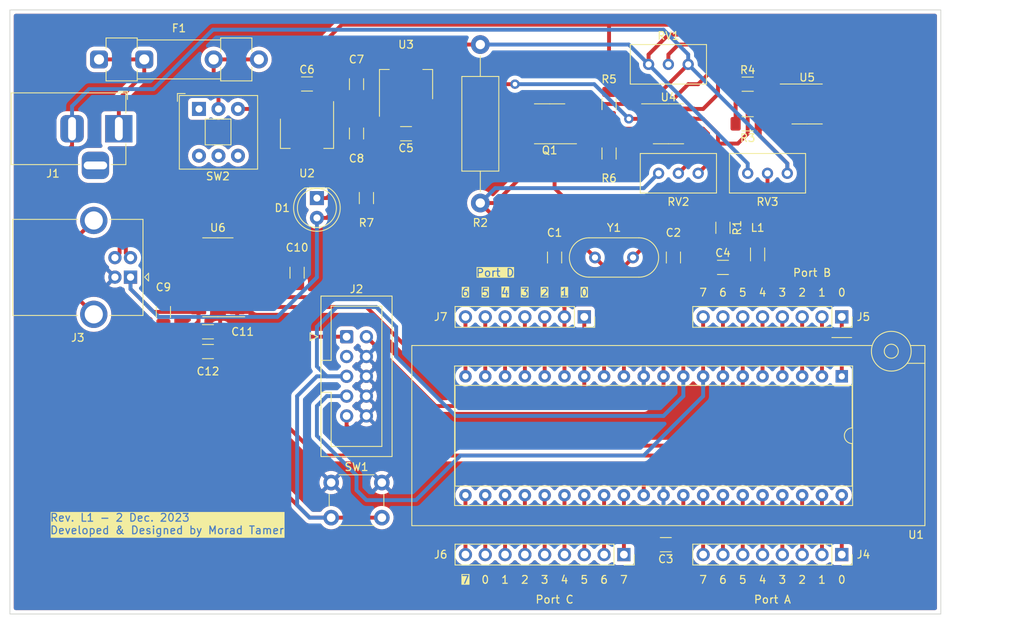
<source format=kicad_pcb>
(kicad_pcb (version 20221018) (generator pcbnew)
  (title_block (title "ATMEGA32A AVR Kit") (date "2023-12-02") (rev "L1") (company "Team Exotic") (comment 1 "Author: Morad Tamer"))
  (layers (0 "F.Cu" signal) (31 "B.Cu" signal) (34 "B.Paste" user) (35 "F.Paste" user) (36 "B.SilkS" user "B.Silkscreen") (37 "F.SilkS" user "F.Silkscreen") (38 "B.Mask" user) (39 "F.Mask" user) (44 "Edge.Cuts" user))
  (net 0 "")
  (net 1 "GND")
  (net 2 "Net-(U1-XTAL1)")
  (net 3 "Net-(U1-XTAL2)")
  (net 4 "Net-(U1-AREF)")
  (net 5 "Net-(U1-AVCC)")
  (net 6 "+5V")
  (net 7 "-V_{In}")
  (net 8 "+V_{In}")
  (net 9 "+3V3")
  (net 10 "+5V_{OCP}")
  (net 11 "Net-(U6-~{DTR})")
  (net 12 "/~{RESET}")
  (net 13 "Net-(U6-V3)")
  (net 14 "VBUS")
  (net 15 "Net-(D1-K)")
  (net 17 "/MOSI")
  (net 19 "/SCK")
  (net 20 "/MISO")
  (net 21 "/USB_D-")
  (net 22 "/USB_D+")
  (net 23 "unconnected-(J3-Shield-Pad5)")
  (net 24 "Net-(Q1A-G)")
  (net 25 "Net-(Q1B-G)")
  (net 26 "Net-(U5A--)")
  (net 27 "Net-(U5B--)")
  (net 28 "Net-(U4B-+)")
  (net 29 "Net-(U4A-+)")
  (net 30 "Net-(U5A-+)")
  (net 31 "Net-(U5B-+)")
  (net 32 "/PB0")
  (net 33 "/PB1")
  (net 34 "/PB2")
  (net 35 "/PB3")
  (net 36 "/~{SS}")
  (net 37 "/RX <--")
  (net 38 "/TX -->")
  (net 39 "/PD2")
  (net 40 "/PD3")
  (net 41 "/PD4")
  (net 42 "/PD5")
  (net 43 "/PD6")
  (net 44 "/PD7")
  (net 45 "/PC0")
  (net 46 "/PC1")
  (net 47 "/TCK")
  (net 48 "/TMS")
  (net 49 "/TDO")
  (net 50 "/TDI")
  (net 51 "/PC6")
  (net 52 "/PC7")
  (net 53 "/PA7")
  (net 54 "/PA6")
  (net 55 "/PA5")
  (net 56 "/PA4")
  (net 57 "/PA3")
  (net 58 "/PA2")
  (net 59 "/PA1")
  (net 60 "/PA0")
  (net 69 "Net-(SW2A-B)")
  (net 71 "Net-(F1-Pad1)")
  (net 72 "Net-(U4B--)")
  (footprint "Resistor_SMD:R_1206_3216Metric_Pad1.30x1.75mm_HandSolder" (layer "F.Cu") (at 183.515 73.025 180)
    (fp_text reference "R3")
    (fp_text value "10 kΩ")
  )
  (footprint "Capacitor_SMD:C_1206_3216Metric_Pad1.33x1.80mm_HandSolder" (layer "F.Cu") (at 139.7 74.295 180)
    (fp_text reference "C5")
    (fp_text value "10 µF")
  )
  (footprint "Package_SO:SOIC-16_3.9x9.9mm_P1.27mm" (layer "F.Cu") (at 115.57 92.71 180)
    (fp_text reference "U6")
    (fp_text value "CH340C")
  )
  (footprint "Resistor_SMD:R_1206_3216Metric_Pad1.30x1.75mm_HandSolder" (layer "F.Cu") (at 180.34 86.36 -90)
    (fp_text reference "R1")
    (fp_text value "10 kΩ")
  )
  (footprint "Capacitor_SMD:C_1206_3216Metric_Pad1.33x1.80mm_HandSolder" (layer "F.Cu") (at 133.35 74.27 90)
    (fp_text reference "C8")
    (fp_text value "22 µF")
  )
  (footprint "Inductor_SMD:L_1206_3216Metric_Pad1.22x1.90mm_HandSolder" (layer "F.Cu") (at 184.785 89.7775 90)
    (fp_text reference "L1")
    (fp_text value "10 µH")
  )
  (footprint "Capacitor_SMD:C_1206_3216Metric_Pad1.33x1.80mm_HandSolder" (layer "F.Cu") (at 127 67.92)
    (fp_text reference "C6")
    (fp_text value "10 µF")
  )
  (footprint "Resistor_SMD:R_1206_3216Metric_Pad1.30x1.75mm_HandSolder" (layer "F.Cu") (at 165.735 70.485 90)
    (fp_text reference "R5")
    (fp_text value "6k8 Ω")
  )
  (footprint "Package_TO_SOT_SMD:SOT-223-3_TabPin2" (layer "F.Cu") (at 139.7 67.97 90)
    (fp_text reference "U3")
    (fp_text value "AMS1117-3.3")
  )
  (footprint "Package_SO:SO-8_3.9x4.9mm_P1.27mm" (layer "F.Cu") (at 173.355 73.025)
    (fp_text reference "U4")
    (fp_text value "LM358")
  )
  (footprint "Fuse:Fuseholder_Clip-5x20mm_Littelfuse_520_Inline_P20.50x5.80mm_D1.30mm_Horizontal" (layer "F.Cu") (at 100.33 64.77)
    (fp_text reference "F1")
    (fp_text value "Fuse")
  )
  (footprint "Package_SO:SO-8_3.9x4.9mm_P1.27mm" (layer "F.Cu") (at 191.135 70.485)
    (fp_text reference "U5")
    (fp_text value "LM358")
  )
  (footprint "Resistor_SMD:R_1206_3216Metric_Pad1.30x1.75mm_HandSolder" (layer "F.Cu") (at 134.62 82.55 -90)
    (fp_text reference "R7")
    (fp_text value "1 kΩ")
  )
  (footprint "Connector_PinSocket_2.54mm:PinSocket_1x08_P2.54mm_Vertical" (layer "F.Cu") (at 195.58 97.79 -90)
    (fp_text reference "J5")
    (fp_text value "Conn_01x08_Socket")
  )
  (footprint "Button_Switch_THT:SW_PUSH_6mm_H4.3mm" (layer "F.Cu") (at 130.1 119.035)
    (fp_text reference "SW1")
    (fp_text value "SW_Push")
  )
  (footprint "Capacitor_SMD:C_1206_3216Metric_Pad1.33x1.80mm_HandSolder" (layer "F.Cu") (at 133.35 67.945 -90)
    (fp_text reference "C7")
    (fp_text value "22 µF")
  )
  (footprint "Capacitor_SMD:C_1206_3216Metric_Pad1.33x1.80mm_HandSolder" (layer "F.Cu") (at 158.75 90.17 90)
    (fp_text reference "C1")
    (fp_text value "22 pF")
  )
  (footprint "Connector_USB:USB_B_OST_USB-B1HSxx_Horizontal" (layer "F.Cu") (at 104.3675 92.69 180)
    (fp_text reference "J3")
    (fp_text value "USB_B")
  )
  (footprint "Capacitor_SMD:C_1206_3216Metric_Pad1.33x1.80mm_HandSolder" (layer "F.Cu") (at 108.585 97.155 -90)
    (fp_text reference "C9")
    (fp_text value "100 nF")
  )
  (footprint "Potentiometer_THT:Potentiometer_Bourns_3296W_Vertical" (layer "F.Cu") (at 172.085 79.375 180)
    (fp_text reference "RV2")
    (fp_text value "10 kΩ")
  )
  (footprint "M's Library:ZIF Socket 40 Circular Pads" (layer "F.Cu") (at 171.45 113.03 -90)
    (fp_text reference "U1")
    (fp_text value "ATmega32A-P")
  )
  (footprint "Resistor_THT:R_Axial_DIN0414_L11.9mm_D4.5mm_P20.32mm_Horizontal" (layer "F.Cu") (at 149.225 62.865 -90)
    (fp_text reference "R2")
    (fp_text value "100 mΩ")
  )
  (footprint "Connector_PinSocket_2.54mm:PinSocket_1x08_P2.54mm_Vertical" (layer "F.Cu") (at 195.58 128.27 -90)
    (fp_text reference "J4")
    (fp_text value "Conn_01x08_Socket")
  )
  (footprint "Connector_PinSocket_2.54mm:PinSocket_1x07_P2.54mm_Vertical" (layer "F.Cu") (at 162.56 97.79 -90)
    (fp_text reference "J7")
    (fp_text value "Conn_01x07_Socket")
  )
  (footprint "Capacitor_SMD:C_1206_3216Metric_Pad1.33x1.80mm_HandSolder" (layer "F.Cu") (at 173.99 90.17 -90)
    (fp_text reference "C2")
    (fp_text value "22 pF")
  )
  (footprint "Package_TO_SOT_SMD:SOT-223-3_TabPin2" (layer "F.Cu") (at 127 74.27 -90)
    (fp_text reference "U2")
    (fp_text value "AMS1117-5.0")
  )
  (footprint "Capacitor_SMD:C_1206_3216Metric_Pad1.33x1.80mm_HandSolder" (layer "F.Cu") (at 125.73 92.125 -90)
    (fp_text reference "C10")
    (fp_text value "100 nF")
  )
  (footprint "Package_SO:SOIC-8_3.9x4.9mm_P1.27mm" (layer "F.Cu") (at 158.115 73.025 180)
    (fp_text reference "Q1")
    (fp_text value "IRF7309IPBF")
  )
  (footprint "Potentiometer_THT:Potentiometer_Bourns_3296W_Vertical" (layer "F.Cu") (at 183.515 79.375 180)
    (fp_text reference "RV3")
    (fp_text value "10 kΩ")
  )
  (footprint "Resistor_SMD:R_1206_3216Metric_Pad1.30x1.75mm_HandSolder" (layer "F.Cu") (at 183.515 67.945)
    (fp_text reference "R4")
    (fp_text value "330 kΩ")
  )
  (footprint "Crystal:Crystal_HC49-4H_Vertical" (layer "F.Cu") (at 168.81 90.17 180)
    (fp_text reference "Y1")
    (fp_text value "16 MHz")
  )
  (footprint "Connector_IDC:IDC-Header_2x05_P2.54mm_Vertical" (layer "F.Cu") (at 132.08 100.33)
    (fp_text reference "J2")
    (fp_text value "AVR-ISP-10")
  )
  (footprint "Capacitor_SMD:C_1206_3216Metric_Pad1.33x1.80mm_HandSolder" (layer "F.Cu") (at 114.3 102.235)
    (fp_text reference "C12")
    (fp_text value "10 µF")
  )
  (footprint "Button_Switch_THT:SW_Push_2P2T_Toggle_CK_PVA2xxH1xxxxxxV2" (layer "F.Cu") (at 113.1475 71.12)
    (fp_text reference "SW2")
    (fp_text value "SW_SPST")
  )
  (footprint "Potentiometer_THT:Potentiometer_Bourns_3296W_Vertical" (layer "F.Cu") (at 170.805 65.405 180)
    (fp_text reference "RV1")
    (fp_text value "10 kΩ")
  )
  (footprint "Capacitor_SMD:C_1206_3216Metric_Pad1.33x1.80mm_HandSolder" (layer "F.Cu") (at 114.3 99.695 180)
    (fp_text reference "C11")
    (fp_text value "100 nF")
  )
  (footprint "Capacitor_SMD:C_1206_3216Metric_Pad1.33x1.80mm_HandSolder" (layer "F.Cu") (at 180.34 91.44)
    (fp_text reference "C4")
    (fp_text value "100 nF")
  )
  (footprint "LED_THT:LED_D5.0mm_Clear" (layer "F.Cu") (at 128.27 82.55 -90)
    (fp_text reference "D1")
    (fp_text value "LED")
  )
  (footprint "Resistor_SMD:R_1206_3216Metric_Pad1.30x1.75mm_HandSolder" (layer "F.Cu") (at 165.735 76.835 90)
    (fp_text reference "R6")
    (fp_text value "10 kΩ")
  )
  (footprint "Capacitor_SMD:C_1206_3216Metric_Pad1.33x1.80mm_HandSolder" (layer "F.Cu") (at 173.0125 127 180)
    (fp_text reference "C3")
    (fp_text value "100 nF")
  )
  (footprint "Connector_PinSocket_2.54mm:PinSocket_1x09_P2.54mm_Vertical" (layer "F.Cu") (at 167.64 128.27 -90)
    (fp_text reference "J6")
    (fp_text value "Conn_01x09_Socket")
  )
  (footprint "Connector_BarrelJack:BarrelJack_Horizontal" (layer "F.Cu") (at 102.87 73.66)
    (fp_text reference "J1")
    (fp_text value "Barrel_Jack_Switch")
  )
  (gr_rect (start 88.9 58.42) (end 208.28 135.89) (stroke (width 0.1)) (fill none) (layer "Edge.Cuts"))
  (gr_text "6" (at 147.32 95.25) (layer "F.SilkS" knockout) (effects (font (size 1 1)) (justify bottom)))
  (gr_text "0" (at 195.58 132.08) (layer "F.SilkS") (effects (font (size 1 1)) (justify bottom)))
  (gr_text "7" (at 167.64 132.08) (layer "F.SilkS") (effects (font (size 1 1)) (justify bottom)))
  (gr_text "0" (at 149.86 132.08) (layer "F.SilkS") (effects (font (size 1 1)) (justify bottom)))
  (gr_text "Port B" (at 191.77 92.71) (layer "F.SilkS") (effects (font (size 1 1)) (justify bottom)))
  (gr_text "3" (at 157.48 132.08) (layer "F.SilkS") (effects (font (size 1 1)) (justify bottom)))
  (gr_text "3" (at 187.96 132.08) (layer "F.SilkS") (effects (font (size 1 1)) (justify bottom)))
  (gr_text "7" (at 147.32 132.08) (layer "F.SilkS" knockout) (effects (font (size 1 1)) (justify bottom)))
  (gr_text "1" (at 193.04 95.25) (layer "F.SilkS") (effects (font (size 1 1)) (justify bottom)))
  (gr_text "6" (at 165.1 132.08) (layer "F.SilkS") (effects (font (size 1 1)) (justify bottom)))
  (gr_text "2" (at 190.5 95.25) (layer "F.SilkS") (effects (font (size 1 1)) (justify bottom)))
  (gr_text "5" (at 182.88 95.25) (layer "F.SilkS") (effects (font (size 1 1)) (justify bottom)))
  (gr_text "2" (at 157.48 95.25) (layer "F.SilkS" knockout) (effects (font (size 1 1)) (justify bottom)))
  (gr_text "4" (at 160.02 132.08) (layer "F.SilkS") (effects (font (size 1 1)) (justify bottom)))
  (gr_text "6" (at 180.34 95.25) (layer "F.SilkS") (effects (font (size 1 1)) (justify bottom)))
  (gr_text "4" (at 185.42 132.08) (layer "F.SilkS") (effects (font (size 1 1)) (justify bottom)))
  (gr_text "Rev. L1 - 2 Dec. 2023\nDeveloped & Designed by Morad Tamer" (at 93.98 125.73) (layer "F.SilkS" knockout) (effects (font (size 1 1)) (justify left bottom)))
  (gr_text "5" (at 149.86 95.25) (layer "F.SilkS" knockout) (effects (font (size 1 1)) (justify bottom)))
  (gr_text "1" (at 152.4 132.08) (layer "F.SilkS") (effects (font (size 1 1)) (justify bottom)))
  (gr_text "0" (at 162.56 95.25) (layer "F.SilkS" knockout) (effects (font (size 1 1)) (justify bottom)))
  (gr_text "Port C" (at 158.75 134.62) (layer "F.SilkS") (effects (font (size 1 1)) (justify bottom)))
  (gr_text "2" (at 190.5 132.08) (layer "F.SilkS") (effects (font (size 1 1)) (justify bottom)))
  (gr_text "0" (at 195.58 95.25) (layer "F.SilkS") (effects (font (size 1 1)) (justify bottom)))
  (gr_text "2" (at 154.94 132.08) (layer "F.SilkS") (effects (font (size 1 1)) (justify bottom)))
  (gr_text "5" (at 182.88 132.08) (layer "F.SilkS") (effects (font (size 1 1)) (justify bottom)))
  (gr_text "7" (at 177.8 132.08) (layer "F.SilkS") (effects (font (size 1 1)) (justify bottom)))
  (gr_text "4" (at 152.4 95.25) (layer "F.SilkS" knockout) (effects (font (size 1 1)) (justify bottom)))
  (gr_text "3" (at 154.94 95.25) (layer "F.SilkS" knockout) (effects (font (size 1 1)) (justify bottom)))
  (gr_text "Port D" (at 151.13 92.71) (layer "F.SilkS" knockout) (effects (font (size 1 1)) (justify bottom)))
  (gr_text "3" (at 187.96 95.25) (layer "F.SilkS") (effects (font (size 1 1)) (justify bottom)))
  (gr_text "1" (at 193.04 132.08) (layer "F.SilkS") (effects (font (size 1 1)) (justify bottom)))
  (gr_text "4" (at 185.42 95.25) (layer "F.SilkS") (effects (font (size 1 1)) (justify bottom)))
  (gr_text "5" (at 162.56 132.08) (layer "F.SilkS") (effects (font (size 1 1)) (justify bottom)))
  (gr_text "6" (at 180.34 132.08) (layer "F.SilkS") (effects (font (size 1 1)) (justify bottom)))
  (gr_text "7" (at 177.8 95.25) (layer "F.SilkS") (effects (font (size 1 1)) (justify bottom)))
  (gr_text "Port A" (at 186.69 134.62) (layer "F.SilkS") (effects (font (size 1 1)) (justify bottom)))
  (gr_text "1" (at 160.02 95.25) (layer "F.SilkS" knockout) (effects (font (size 1 1)) (justify bottom)))
  (segment (start 162.3675 88.6075) (end 163.93 90.17) (width 0.5) (layer "F.Cu") (net 2))
  (segment (start 158.75 88.6075) (end 162.3675 88.6075) (width 0.5) (layer "F.Cu") (net 2))
  (segment (start 165.1 91.34) (end 163.93 90.17) (width 0.5) (layer "F.Cu") (net 2))
  (segment (start 165.1 91.34) (end 165.1 105.41) (width 0.5) (layer "F.Cu") (net 2))
  (segment (start 168.81 90.17) (end 167.64 91.34) (width 0.5) (layer "F.Cu") (net 3))
  (segment (start 173.99 88.6075) (end 170.3725 88.6075) (width 0.5) (layer "F.Cu") (net 3))
  (segment (start 170.3725 88.6075) (end 168.81 90.17) (width 0.5) (layer "F.Cu") (net 3))
  (segment (start 167.64 91.34) (end 167.64 105.41) (width 0.5) (layer "F.Cu") (net 3))
  (segment (start 175.26 123.19) (end 174.575 123.875) (width 0.5) (layer "F.Cu") (net 4))
  (segment (start 175.26 120.65) (end 175.26 123.19) (width 0.5) (layer "F.Cu") (net 4))
  (segment (start 174.575 123.875) (end 174.575 127) (width 0.5) (layer "F.Cu") (net 4))
  (segment (start 170.18 120.65) (end 170.18 119.38) (width 0.5) (layer "F.Cu") (net 5))
  (segment (start 198.12 95.25) (end 194.31 91.44) (width 0.5) (layer "F.Cu") (net 5))
  (segment (start 196.85 116.84) (end 198.12 115.57) (width 0.5) (layer "F.Cu") (net 5))
  (segment (start 172.72 116.84) (end 196.85 116.84) (width 0.5) (layer "F.Cu") (net 5))
  (segment (start 170.18 119.38) (end 172.72 116.84) (width 0.5) (layer "F.Cu") (net 5))
  (segment (start 198.12 115.57) (end 198.12 95.25) (width 0.5) (layer "F.Cu") (net 5))
  (segment (start 194.31 91.44) (end 184.785 91.44) (width 0.5) (layer "F.Cu") (net 5))
  (segment (start 181.9025 91.44) (end 184.785 91.44) (width 0.5) (layer "F.Cu") (net 5))
  (segment (start 151.13 83.185) (end 149.225 83.185) (width 0.5) (layer "F.Cu") (net 6))
  (segment (start 172.72 96.52) (end 172.72 105.41) (width 0.5) (layer "F.Cu") (net 6))
  (segment (start 184.785 85.725) (end 183.87 84.81) (width 0.5) (layer "F.Cu") (net 6))
  (segment (start 175.26 86.36) (end 176.53 87.63) (width 0.5) (layer "F.Cu") (net 6))
  (segment (start 157.48 69.85) (end 150.495 69.85) (width 0.5) (layer "F.Cu") (net 6))
  (segment (start 149.225 71.12) (end 142 71.12) (width 0.5) (layer "F.Cu") (net 6))
  (segment (start 158.75 72.39) (end 157.48 71.12) (width 0.5) (layer "F.Cu") (net 6))
  (segment (start 160.59 72.39) (end 158.75 72.39) (width 0.5) (layer "F.Cu") (net 6))
  (segment (start 157.48 71.12) (end 157.48 69.85) (width 0.5) (layer "F.Cu") (net 6))
  (segment (start 172.72 106.68) (end 172.72 105.41) (width 0.5) (layer "F.Cu") (net 6))
  (segment (start 142 72.63) (end 141.2625 73.3675) (width 0.5) (layer "F.Cu") (net 6))
  (segment (start 176.81 84.81) (end 175.26 86.36) (width 0.5) (layer "F.Cu") (net 6))
  (segment (start 184.785 88.115) (end 184.785 85.725) (width 0.5) (layer "F.Cu") (net 6))
  (segment (start 183.87 84.81) (end 180.34 84.81) (width 0.5) (layer "F.Cu") (net 6))
  (segment (start 171.45 90.17) (end 175.26 90.17) (width 0.5) (layer "F.Cu") (net 6))
  (segment (start 134.62 100.33) (end 143.51 109.22) (width 0.5) (layer "F.Cu") (net 6))
  (segment (start 150.495 69.85) (end 149.225 71.12) (width 0.5) (layer "F.Cu") (net 6))
  (segment (start 157.48 76.835) (end 151.13 83.185) (width 0.5) (layer "F.Cu") (net 6))
  (segment (start 170.18 93.98) (end 170.18 91.44) (width 0.5) (layer "F.Cu") (net 6))
  (segment (start 157.48 73.66) (end 157.48 76.835) (width 0.5) (layer "F.Cu") (net 6))
  (segment (start 175.26 90.17) (end 176.53 88.9) (width 0.5) (layer "F.Cu") (net 6))
  (segment (start 180.34 84.81) (end 176.81 84.81) (width 0.5) (layer "F.Cu") (net 6))
  (segment (start 143.51 109.22) (end 170.18 109.22) (width 0.5) (layer "F.Cu") (net 6))
  (segment (start 141.2625 73.3675) (end 141.2625 74.295) (width 0.5) (layer "F.Cu") (net 6))
  (segment (start 152.4 86.36) (end 175.26 86.36) (width 0.5) (layer "F.Cu") (net 6))
  (segment (start 170.18 91.44) (end 171.45 90.17) (width 0.5) (layer "F.Cu") (net 6))
  (segment (start 176.53 88.9) (end 176.53 87.63) (width 0.5) (layer "F.Cu") (net 6))
  (segment (start 170.18 109.22) (end 172.72 106.68) (width 0.5) (layer "F.Cu") (net 6))
  (segment (start 170.18 93.98) (end 172.72 96.52) (width 0.5) (layer "F.Cu") (net 6))
  (segment (start 142 71.12) (end 142 72.63) (width 0.5) (layer "F.Cu") (net 6))
  (segment (start 158.75 72.39) (end 157.48 73.66) (width 0.5) (layer "F.Cu") (net 6))
  (segment (start 149.225 83.185) (end 152.4 86.36) (width 0.5) (layer "F.Cu") (net 6))
  (segment (start 151.13 81.28) (end 170.18 81.28) (width 0.5) (layer "B.Cu") (net 6))
  (segment (start 170.18 81.28) (end 172.085 79.375) (width 0.5) (layer "B.Cu") (net 6))
  (segment (start 149.225 83.185) (end 151.13 81.28) (width 0.5) (layer "B.Cu") (net 6))
  (segment (start 172.72 68.57) (end 175.885 65.405) (width 0.5) (layer "F.Cu") (net 7))
  (segment (start 170.78 74.93) (end 168.91 74.93) (width 0.5) (layer "F.Cu") (net 7))
  (segment (start 133.35 72.7075) (end 133.35 71.12) (width 0.5) (layer "F.Cu") (net 7))
  (segment (start 138.1375 76.4925) (end 138.1375 74.295) (width 0.5) (layer "F.Cu") (net 7))
  (segment (start 129.3 69.61) (end 129.3 71.12) (width 0.5) (layer "F.Cu") (net 7))
  (segment (start 170.78 74.93) (end 172.085 74.93) (width 0.5) (layer "F.Cu") (net 7))
  (segment (start 168.91 74.93) (end 168.275 75.565) (width 0.5) (layer "F.Cu") (net 7))
  (segment (start 137.4 72.63) (end 137.4 71.095) (width 0.5) (layer "F.Cu") (net 7))
  (segment (start 168.275 77.47) (end 167.36 78.385) (width 0.5) (layer "F.Cu") (net 7))
  (segment (start 95.25 80.01) (end 97.79 82.55) (width 0.5) (layer "F.Cu") (net 7))
  (segment (start 135.89 78.74) (end 138.1375 76.4925) (width 0.5) (layer "F.Cu") (net 7))
  (segment (start 188.595 78.105) (end 188.595 79.375) (width 0.5) (layer "F.Cu") (net 7))
  (segment (start 164.11 78.385) (end 165.735 78.385) (width 0.5) (layer "F.Cu") (net 7))
  (segment (start 162.56 74.93) (end 163.195 75.565) (width 0.5) (layer "F.Cu") (net 7))
  (segment (start 96.87 75.85) (end 95.25 77.47) (width 0.5) (layer "F.Cu") (net 7))
  (segment (start 96.87 73.66) (end 96.87 75.85) (width 0.5) (layer "F.Cu") (net 7))
  (segment (start 186.69 72.39) (end 188.56 72.39) (width 0.5) (layer "F.Cu") (net 7))
  (segment (start 97.79 82.55) (end 120.65 82.55) (width 0.5) (layer "F.Cu") (net 7))
  (segment (start 123.19 80.01) (end 129.54 80.01) (width 0.5) (layer "F.Cu") (net 7))
  (segment (start 95.25 77.47) (end 95.25 80.01) (width 0.5) (layer "F.Cu") (net 7))
  (segment (start 130.81 78.74) (end 135.89 78.74) (width 0.5) (layer "F.Cu") (net 7))
  (segment (start 129.3 71.12) (end 133.35 71.12) (width 0.5) (layer "F.Cu") (net 7))
  (segment (start 133.35 71.12) (end 137.4 71.12) (width 0.5) (layer "F.Cu") (net 7))
  (segment (start 163.195 77.47) (end 164.11 78.385) (width 0.5) (layer "F.Cu") (net 7))
  (segment (start 163.195 75.565) (end 163.195 77.47) (width 0.5) (layer "F.Cu") (net 7))
  (segment (start 185.065 73.025) (end 185.065 74.575) (width 0.5) (layer "F.Cu") (net 7))
  (segment (start 138.1375 74.295) (end 138.1375 73.3675) (width 0.5) (layer "F.Cu") (net 7))
  (segment (start 160.59 74.93) (end 162.56 74.93) (width 0.5) (layer "F.Cu") (net 7))
  (segment (start 167.36 78.385) (end 165.735 78.385) (width 0.5) (layer "F.Cu") (net 7))
  (segment (start 120.65 82.55) (end 123.19 80.01) (width 0.5) (layer "F.Cu") (net 7))
  (segment (start 186.055 73.025) (end 186.69 72.39) (width 0.5) (layer "F.Cu") (net 7))
  (segment (start 138.1375 73.3675) (end 137.4 72.63) (width 0.5) (layer "F.Cu") (net 7))
  (segment (start 168.275 75.565) (end 168.275 77.47) (width 0.5) (layer "F.Cu") (net 7))
  (segment (start 128.5625 68.8725) (end 129.3 69.61) (width 0.5) (layer "F.Cu") (net 7))
  (segment (start 128.5625 67.92) (end 128.5625 68.8725) (width 0.5) (layer "F.Cu") (net 7))
  (segment (start 172.085 74.93) (end 172.72 74.295) (width 0.5) (layer "F.Cu") (net 7))
  (segment (start 185.065 74.575) (end 188.595 78.105) (width 0.5) (layer "F.Cu") (net 7))
  (segment (start 129.54 80.01) (end 130.81 78.74) (width 0.5) (layer "F.Cu") (net 7))
  (segment (start 172.72 74.295) (end 172.72 68.57) (width 0.5) (layer "F.Cu") (net 7))
  (segment (start 185.065 73.025) (end 186.055 73.025) (width 0.5) (layer "F.Cu") (net 7))
  (segment (start 133.35 69.5075) (end 133.35 71.12) (width 0.5) (layer "F.Cu") (net 7))
  (segment (start 175.885 65.405) (end 175.885 64.125) (width 0.5) (layer "B.Cu") (net 7))
  (segment (start 188.595 79.375) (end 188.595 78.115) (width 0.5) (layer "B.Cu") (net 7))
  (segment (start 175.885 64.125) (end 172.72 60.96) (width 0.5) (layer "B.Cu") (net 7))
  (segment (start 114.935 60.96) (end 107.315 68.58) (width 0.5) (layer "B.Cu") (net 7))
  (segment (start 188.595 78.115) (end 175.885 65.405) (width 0.5) (layer "B.Cu") (net 7))
  (segment (start 172.72 60.96) (end 114.935 60.96) (width 0.5) (layer "B.Cu") (net 7))
  (segment (start 99.06 68.58) (end 96.87 70.77) (width 0.5) (layer "B.Cu") (net 7))
  (segment (start 96.87 70.77) (end 96.87 73.66) (width 0.5) (layer "B.Cu") (net 7))
  (segment (start 107.315 68.58) (end 99.06 68.58) (width 0.5) (layer "B.Cu") (net 7))
  (segment (start 125.4375 67.92) (end 125.4375 66.3325) (width 0.5) (layer "F.Cu") (net 8))
  (segment (start 125.4375 66.3325) (end 131.445 60.325) (width 0.5) (layer "F.Cu") (net 8))
  (segment (start 196.215 66.675) (end 196.215 67.945) (width 0.5) (layer "F.Cu") (net 8))
  (segment (start 195.58 68.58) (end 193.71 68.58) (width 0.5) (layer "F.Cu") (net 8))
  (segment (start 118.1475 71.12) (end 124.7 71.12) (width 0.5) (layer "F.Cu") (net 8))
  (segment (start 131.445 60.325) (end 189.865 60.325) (width 0.5) (layer "F.Cu") (net 8))
  (segment (start 196.215 67.945) (end 195.58 68.58) (width 0.5) (layer "F.Cu") (net 8))
  (segment (start 165.735 60.325) (end 165.735 68.935) (width 0.5) (layer "F.Cu") (net 8))
  (segment (start 124.7 69.61) (end 124.7 71.12) (width 0.5) (layer "F.Cu") (net 8))
  (segment (start 125.4375 67.92) (end 125.4375 68.8725) (width 0.5) (layer "F.Cu") (net 8))
  (segment (start 125.4375 68.8725) (end 124.7 69.61) (width 0.5) (layer "F.Cu") (net 8))
  (segment (start 189.865 60.325) (end 196.215 66.675) (width 0.5) (layer "F.Cu") (net 8))
  (segment (start 147.955 67.945) (end 153.67 67.945) (width 0.5) (layer "F.Cu") (net 9))
  (segment (start 136.475 64.82) (end 139.7 64.82) (width 0.5) (layer "F.Cu") (net 9))
  (segment (start 144.83 64.82) (end 147.955 67.945) (width 0.5) (layer "F.Cu") (net 9))
  (segment (start 139.7 64.82) (end 139.7 71.12) (width 0.5) (layer "F.Cu") (net 9))
  (segment (start 133.35 66.3825) (end 134.9125 66.3825) (width 0.5) (layer "F.Cu") (net 9))
  (segment (start 134.9125 66.3825) (end 136.475 64.82) (width 0.5) (layer "F.Cu") (net 9))
  (segment (start 139.7 64.82) (end 144.83 64.82) (width 0.5) (layer "F.Cu") (net 9))
  (segment (start 170.78 72.39) (end 168.275 72.39) (width 0.5) (layer "F.Cu") (net 9))
  (via (at 153.67 67.945) (size 1.2) (drill 0.6) (layers "F.Cu" "B.Cu") (net 9))
  (via (at 168.275 72.39) (size 1.2) (drill 0.6) (layers "F.Cu" "B.Cu") (net 9))
  (segment (start 168.275 72.39) (end 163.83 67.945) (width 0.5) (layer "B.Cu") (net 9))
  (segment (start 163.83 67.945) (end 153.67 67.945) (width 0.5) (layer "B.Cu") (net 9))
  (segment (start 132.765 77.42) (end 127 77.42) (width 0.5) (layer "F.Cu") (net 10))
  (segment (start 177.8 71.12) (end 179.705 69.215) (width 0.5) (layer "F.Cu") (net 10))
  (segment (start 130.175 66.04) (end 133.35 62.865) (width 0.5) (layer "F.Cu") (net 10))
  (segment (start 178.435 61.595) (end 173.355 61.595) (width 0.5) (layer "F.Cu") (net 10))
  (segment (start 170.805 64.145) (end 170.805 65.405) (width 0.5) (layer "F.Cu") (net 10))
  (segment (start 179.705 69.215) (end 179.705 62.865) (width 0.5) (layer "F.Cu") (net 10))
  (segment (start 127.588959 66.04) (end 130.175 66.04) (width 0.5) (layer "F.Cu") (net 10))
  (segment (start 133.35 76.835) (end 132.765 77.42) (width 0.5) (layer "F.Cu") (net 10))
  (segment (start 179.705 62.865) (end 178.435 61.595) (width 0.5) (layer "F.Cu") (net 10))
  (segment (start 127 66.628959) (end 127.588959 66.04) (width 0.5) (layer "F.Cu") (net 10))
  (segment (start 133.35 75.8325) (end 133.35 76.835) (width 0.5) (layer "F.Cu") (net 10))
  (segment (start 173.355 61.595) (end 170.805 64.145) (width 0.5) (layer "F.Cu") (net 10))
  (segment (start 127 71.12) (end 127 66.628959) (width 0.5) (layer "F.Cu") (net 10))
  (segment (start 133.35 62.865) (end 149.225 62.865) (width 0.5) (layer "F.Cu") (net 10))
  (segment (start 127 71.12) (end 127 77.42) (width 0.5) (layer "F.Cu") (net 10))
  (segment (start 175.93 71.12) (end 177.8 71.12) (width 0.5) (layer "F.Cu") (net 10))
  (segment (start 168.265 62.865) (end 170.805 65.405) (width 0.5) (layer "B.Cu") (net 10))
  (segment (start 183.515 78.115) (end 170.805 65.405) (width 0.5) (layer "B.Cu") (net 10))
  (segment (start 183.515 79.375) (end 183.515 78.115) (width 0.5) (layer "B.Cu") (net 10))
  (segment (start 149.225 62.865) (end 168.265 62.865) (width 0.5) (layer "B.Cu") (net 10))
  (segment (start 108.585 93.98) (end 109.22 93.345) (width 0.5) (layer "F.Cu") (net 11))
  (segment (start 108.585 95.5925) (end 108.585 93.98) (width 0.5) (layer "F.Cu") (net 11))
  (segment (start 109.22 93.345) (end 113.095 93.345) (width 0.5) (layer "F.Cu") (net 11))
  (segment (start 108.585 104.775) (end 127.345 123.535) (width 0.5) (layer "F.Cu") (net 12))
  (segment (start 176.53 93.98) (end 175.26 95.25) (width 0.5) (layer "F.Cu") (net 12))
  (segment (start 175.26 95.25) (end 175.26 105.41) (width 0.5) (layer "F.Cu") (net 12))
  (segment (start 127.345 123.535) (end 130.1 123.535) (width 0.5) (layer "F.Cu") (net 12))
  (segment (start 108.585 98.7175) (end 108.585 104.775) (width 0.5) (layer "F.Cu") (net 12))
  (segment (start 179.07 93.98) (end 176.53 93.98) (width 0.5) (layer "F.Cu") (net 12))
  (segment (start 130.1 123.535) (end 136.6 123.535) (width 0.5) (layer "F.Cu") (net 12))
  (segment (start 180.34 87.91) (end 180.34 92.71) (width 0.5) (layer "F.Cu") (net 12))
  (segment (start 180.34 92.71) (end 179.07 93.98) (width 0.5) (layer "F.Cu") (net 12))
  (segment (start 138.43 99.06) (end 135.89 96.52) (width 0.5) (layer "B.Cu") (net 12))
  (segment (start 128.27 104.14) (end 129.54 105.41) (width 0.5) (layer "B.Cu") (net 12))
  (segment (start 127.345 123.535) (end 130.1 123.535) (width 0.5) (layer "B.Cu") (net 12))
  (segment (start 130.81 96.52) (end 128.27 99.06) (width 0.5) (layer "B.Cu") (net 12))
  (segment (start 172.72 110.49) (end 146.05 110.49) (width 0.5) (layer "B.Cu") (net 12))
  (segment (start 128.27 99.06) (end 128.27 104.14) (width 0.5) (layer "B.Cu") (net 12))
  (segment (start 132.08 105.41) (end 128.27 105.41) (width 0.5) (layer "B.Cu") (net 12))
  (segment (start 128.27 105.41) (end 125.73 107.95) (width 0.5) (layer "B.Cu") (net 12))
  (segment (start 138.43 102.87) (end 138.43 99.06) (width 0.5) (layer "B.Cu") (net 12))
  (segment (start 125.73 107.95) (end 125.73 121.92) (width 0.5) (layer "B.Cu") (net 12))
  (segment (start 146.05 110.49) (end 138.43 102.87) (width 0.5) (layer "B.Cu") (net 12))
  (segment (start 125.73 121.92) (end 127.345 123.535) (width 0.5) (layer "B.Cu") (net 12))
  (segment (start 175.26 107.95) (end 172.72 110.49) (width 0.5) (layer "B.Cu") (net 12))
  (segment (start 175.26 105.41) (end 175.26 107.95) (width 0.5) (layer "B.Cu") (net 12))
  (segment (start 135.89 96.52) (end 130.81 96.52) (width 0.5) (layer "B.Cu") (net 12))
  (segment (start 129.54 105.41) (end 132.08 105.41) (width 0.5) (layer "B.Cu") (net 12))
  (segment (start 118.045 93.345) (end 120.65 93.345) (width 0.5) (layer "F.Cu") (net 13))
  (segment (start 120.9925 93.6875) (end 125.73 93.6875) (width 0.5) (layer "F.Cu") (net 13))
  (segment (start 120.65 93.345) (end 120.9925 93.6875) (width 0.5) (layer "F.Cu") (net 13))
  (segment (start 104.3675 94.2075) (end 107.315 97.155) (width 0.5) (layer "F.Cu") (net 14))
  (segment (start 113.095 97.155) (end 113.095 98.36) (width 0.5) (layer "F.Cu") (net 14))
  (segment (start 107.315 97.155) (end 113.095 97.155) (width 0.5) (layer "F.Cu") (net 14))
  (segment (start 112.7375 99.695) (end 112.7375 102.235) (width 0.5) (layer "F.Cu") (net 14))
  (segment (start 132.08 82.55) (end 142.24 82.55) (width 0.5) (layer "F.Cu") (net 14))
  (segment (start 112.7375 98.7175) (end 112.7375 99.695) (width 0.5) (layer "F.Cu") (net 14))
  (segment (start 129.54 85.09) (end 132.08 82.55) (width 0.5) (layer "F.Cu") (net 14))
  (segment (start 155.64 72.39) (end 155.64 71.12) (width 0.5) (layer "F.Cu") (net 14))
  (segment (start 142.24 82.55) (end 152.4 72.39) (width 0.5) (layer "F.Cu") (net 14))
  (segment (start 128.27 85.09) (end 129.54 85.09) (width 0.5) (layer "F.Cu") (net 14))
  (segment (start 113.095 98.36) (end 112.7375 98.7175) (width 0.5) (layer "F.Cu") (net 14))
  (segment (start 152.4 72.39) (end 155.64 72.39) (width 0.5) (layer "F.Cu") (net 14))
  (segment (start 104.3675 92.69) (end 104.3675 94.2075) (width 0.5) (layer "F.Cu") (net 14))
  (segment (start 128.27 92.71) (end 128.27 85.09) (width 0.5) (layer "B.Cu") (net 14))
  (segment (start 104.3675 94.2075) (end 107.95 97.79) (width 0.5) (layer "B.Cu") (net 14))
  (segment (start 104.3675 92.69) (end 104.3675 94.2075) (width 0.5) (layer "B.Cu") (net 14))
  (segment (start 123.19 97.79) (end 128.27 92.71) (width 0.5) (layer "B.Cu") (net 14))
  (segment (start 107.95 97.79) (end 123.19 97.79) (width 0.5) (layer "B.Cu") (net 14))
  (segment (start 128.27 82.55) (end 129.54 82.55) (width 0.5) (layer "F.Cu") (net 15))
  (segment (start 131.09 81) (end 134.62 81) (width 0.5) (layer "F.Cu") (net 15))
  (segment (start 129.54 82.55) (end 131.09 81) (width 0.5) (layer "F.Cu") (net 15))
  (segment (start 182.88 107.95) (end 182.88 105.41) (width 0.5) (layer "F.Cu") (net 17))
  (segment (start 128.27 115.57) (end 175.26 115.57) (width 0.5) (layer "F.Cu") (net 17))
  (segment (start 125.73 100.33) (end 123.19 102.87) (width 0.5) (layer "F.Cu") (net 17))
  (segment (start 123.19 110.49) (end 128.27 115.57) (width 0.5) (layer "F.Cu") (net 17))
  (segment (start 132.08 100.33) (end 125.73 100.33) (width 0.5) (layer "F.Cu") (net 17))
  (segment (start 182.88 97.79) (end 182.88 105.41) (width 0.5) (layer "F.Cu") (net 17))
  (segment (start 175.26 115.57) (end 182.88 107.95) (width 0.5) (layer "F.Cu") (net 17))
  (segment (start 123.19 102.87) (end 123.19 110.49) (width 0.5) (layer "F.Cu") (net 17))
  (segment (start 177.8 97.79) (end 177.8 105.41) (width 0.5) (layer "F.Cu") (net 19))
  (segment (start 132.08 107.95) (end 129.54 107.95) (width 0.5) (layer "B.Cu") (net 19))
  (segment (start 128.27 113.03) (end 133.35 118.11) (width 0.5) (layer "B.Cu") (net 19))
  (segment (start 146.685 115.57) (end 170.18 115.57) (width 0.5) (layer "B.Cu") (net 19))
  (segment (start 140.97 121.285) (end 146.685 115.57) (width 0.5) (layer "B.Cu") (net 19))
  (segment (start 133.35 120.015) (end 134.62 121.285) (width 0.5) (layer "B.Cu") (net 19))
  (segment (start 134.62 121.285) (end 140.97 121.285) (width 0.5) (layer "B.Cu") (net 19))
  (segment (start 133.35 118.11) (end 133.35 120.015) (width 0.5) (layer "B.Cu") (net 19))
  (segment (start 177.8 107.95) (end 177.8 105.41) (width 0.5) (layer "B.Cu") (net 19))
  (segment (start 129.54 107.95) (end 128.27 109.22) (width 0.5) (layer "B.Cu") (net 19))
  (segment (start 128.27 109.22) (end 128.27 113.03) (width 0.5) (layer "B.Cu") (net 19))
  (segment (start 170.18 115.57) (end 177.8 107.95) (width 0.5) (layer "B.Cu") (net 19))
  (segment (start 173.99 114.3) (end 180.34 107.95) (width 0.5) (layer "F.Cu") (net 20))
  (segment (start 134.62 114.3) (end 173.99 114.3) (width 0.5) (layer "F.Cu") (net 20))
  (segment (start 180.34 107.95) (end 180.34 105.41) (width 0.5) (layer "F.Cu") (net 20))
  (segment (start 132.08 110.49) (end 132.08 111.76) (width 0.5) (layer "F.Cu") (net 20))
  (segment (start 132.08 111.76) (end 134.62 114.3) (width 0.5) (layer "F.Cu") (net 20))
  (segment (start 180.34 97.79) (end 180.34 105.41) (width 0.5) (layer "F.Cu") (net 20))
  (segment (start 109.48 86.565423) (end 109.48 86.525) (width 0.5) (layer "F.Cu") (net 21))
  (segment (start 111.88 86.525) (end 111.88 86.565423) (width 0.5) (layer "F.Cu") (net 21))
  (segment (start 110.28 86.525) (end 110.28 86.565441) (width 0.5) (layer "F.Cu") (net 21))
  (segment (start 113.929999 86.125) (end 121.754314 86.125) (width 0.5) (layer "F.Cu") (net 21))
  (segment (start 108.68 86.525) (end 108.68 86.565423) (width 0.5) (layer "F.Cu") (net 21))
  (segment (start 122.79 87.160686) (end 122.79 89.369314) (width 0.5) (layer "F.Cu") (net 21))
  (segment (start 104.3675 90.19) (end 103.7675 89.59) (width 0.5) (layer "F.Cu") (net 21))
  (segment (start 107.08 86.525) (end 107.08 86.565423) (width 0.5) (layer "F.Cu") (net 21))
  (segment (start 121.119314 91.04) (end 119.742501 91.04) (width 0.5) (layer "F.Cu") (net 21))
  (segment (start 119.742501 91.04) (end 119.507501 90.805) (width 0.5) (layer "F.Cu") (net 21))
  (segment (start 119.507501 90.805) (end 118.045 90.805) (width 0.5) (layer "F.Cu") (net 21))
  (segment (start 111.08 86.565441) (end 111.08 86.525) (width 0.5) (layer "F.Cu") (net 21))
  (segment (start 113.08 86.125) (end 113.929999 86.125) (width 0.5) (layer "F.Cu") (net 21))
  (segment (start 103.7675 89.59) (end 103.7675 87.933186) (width 0.5) (layer "F.Cu") (net 21))
  (segment (start 103.7675 87.933186) (end 105.575686 86.125) (width 0.5) (layer "F.Cu") (net 21))
  (segment (start 105.575686 86.125) (end 106.68 86.125) (width 0.5) (layer "F.Cu") (net 21))
  (segment (start 121.754314 86.125) (end 122.79 87.160686) (width 0.5) (layer "F.Cu") (net 21))
  (segment (start 112.68 86.565423) (end 112.68 86.525) (width 0.5) (layer "F.Cu") (net 21))
  (segment (start 122.79 89.369314) (end 121.119314 91.04) (width 0.5) (layer "F.Cu") (net 21))
  (segment (start 107.88 86.565423) (end 107.88 86.525) (width 0.5) (layer "F.Cu") (net 21))
  (arc (start 111.08 86.525) (mid 111.197157 86.242157) (end 111.48 86.125) (width 0.5) (layer "F.Cu") (net 21))
  (arc (start 109.48 86.525) (mid 109.597157 86.242157) (end 109.88 86.125) (width 0.5) (layer "F.Cu") (net 21))
  (arc (start 111.48 86.125) (mid 111.762843 86.242157) (end 111.88 86.525) (width 0.5) (layer "F.Cu") (net 21))
  (arc (start 106.68 86.125) (mid 106.962843 86.242157) (end 107.08 86.525) (width 0.5) (layer "F.Cu") (net 21))
  (arc (start 109.08 86.965423) (mid 109.362843 86.848266) (end 109.48 86.565423) (width 0.5) (layer "F.Cu") (net 21))
  (arc (start 108.68 86.565423) (mid 108.797157 86.848266) (end 109.08 86.965423) (width 0.5) (layer "F.Cu") (net 21))
  (arc (start 109.88 86.125) (mid 110.162843 86.242157) (end 110.28 86.525) (width 0.5) (layer "F.Cu") (net 21))
  (arc (start 107.08 86.565423) (mid 107.197157 86.848266) (end 107.48 86.965423) (width 0.5) (layer "F.Cu") (net 21))
  (arc (start 107.88 86.525) (mid 107.997157 86.242157) (end 108.28 86.125) (width 0.5) (layer "F.Cu") (net 21))
  (arc (start 112.28 86.965423) (mid 112.562843 86.848266) (end 112.68 86.565423) (width 0.5) (layer "F.Cu") (net 21))
  (arc (start 111.88 86.565423) (mid 111.997157 86.848266) (end 112.28 86.965423) (width 0.5) (layer "F.Cu") (net 21))
  (arc (start 107.48 86.965423) (mid 107.762843 86.848266) (end 107.88 86.565423) (width 0.5) (layer "F.Cu") (net 21))
  (arc (start 112.68 86.525) (mid 112.797157 86.242157) (end 113.08 86.125) (width 0.5) (layer "F.Cu") (net 21))
  (arc (start 110.68 86.965441) (mid 110.962843 86.848284) (end 111.08 86.565441) (width 0.5) (layer "F.Cu") (net 21))
  (arc (start 110.28 86.565441) (mid 110.397157 86.848284) (end 110.68 86.965441) (width 0.5) (layer "F.Cu") (net 21))
  (arc (start 108.28 86.125) (mid 108.562843 86.242157) (end 108.68 86.525) (width 0.5) (layer "F.Cu") (net 21))
  (segment (start 122.085686 85.325) (end 105.244314 85.325) (width 0.5) (layer "F.Cu") (net 22))
  (segment (start 123.59 86.829314) (end 122.085686 85.325) (width 0.5) (layer "F.Cu") (net 22))
  (segment (start 119.742501 91.84) (end 121.450686 91.84) (width 0.5) (layer "F.Cu") (net 22))
  (segment (start 123.59 89.700686) (end 123.59 86.829314) (width 0.5) (layer "F.Cu") (net 22))
  (segment (start 105.244314 85.325) (end 102.9675 87.601814) (width 0.5) (layer "F.Cu") (net 22))
  (segment (start 102.9675 89.59) (end 102.3675 90.19) (width 0.5) (layer "F.Cu") (net 22))
  (segment (start 121.450686 91.84) (end 123.59 89.700686) (width 0.5) (layer "F.Cu") (net 22))
  (segment (start 102.9675 87.601814) (end 102.9675 89.59) (width 0.5) (layer "F.Cu") (net 22))
  (segment (start 118.045 92.075) (end 119.507501 92.075) (width 0.5) (layer "F.Cu") (net 22))
  (segment (start 119.507501 92.075) (end 119.742501 91.84) (width 0.5) (layer "F.Cu") (net 22))
  (segment (start 97.907501 87.169999) (end 97.907501 95.710001) (width 0.5) (layer "F.Cu") (net 23))
  (segment (start 97.907501 95.710001) (end 99.6575 97.46) (width 0.5) (layer "F.Cu") (net 23))
  (segment (start 99.6575 85.42) (end 97.907501 87.169999) (width 0.5) (layer "F.Cu") (net 23))
  (segment (start 158.75 74.2775) (end 158.75 81.28) (width 0.5) (layer "F.Cu") (net 24))
  (segment (start 158.75 81.28) (end 160.655 83.185) (width 0.5) (layer "F.Cu") (net 24))
  (segment (start 195.58 69.85) (end 193.71 69.85) (width 0.5) (layer "F.Cu") (net 24))
  (segment (start 160.655 83.185) (end 191.135 83.185) (width 0.5) (layer "F.Cu") (net 24))
  (segment (start 159.3675 73.66) (end 158.75 74.2775) (width 0.5) (layer "F.Cu") (net 24))
  (segment (start 196.215 70.485) (end 195.58 69.85) (width 0.5) (layer "F.Cu") (net 24))
  (segment (start 160.59 73.66) (end 159.3675 73.66) (width 0.5) (layer "F.Cu") (net 24))
  (segment (start 191.135 83.185) (end 196.215 78.105) (width 0.5) (layer "F.Cu") (net 24))
  (segment (start 196.215 78.105) (end 196.215 70.485) (width 0.5) (layer "F.Cu") (net 24))
  (segment (start 168.91 71.12) (end 170.78 71.12) (width 0.5) (layer "F.Cu") (net 25))
  (segment (start 162.56 71.12) (end 163.195 70.485) (width 0.5) (layer "F.Cu") (net 25))
  (segment (start 168.275 70.485) (end 168.91 71.12) (width 0.5) (layer "F.Cu") (net 25))
  (segment (start 163.195 70.485) (end 168.275 70.485) (width 0.5) (layer "F.Cu") (net 25))
  (segment (start 160.59 71.12) (end 162.56 71.12) (width 0.5) (layer "F.Cu") (net 25))
  (segment (start 181.965 67.945) (end 181.965 70.485) (width 0.5) (layer "F.Cu") (net 26))
  (segment (start 181.965 70.485) (end 181.965 73.025) (width 0.5) (layer "F.Cu") (net 26))
  (segment (start 182.88 70.485) (end 181.965 70.485) (width 0.5) (layer "F.Cu") (net 26))
  (segment (start 188.56 69.85) (end 183.515 69.85) (width 0.5) (layer "F.Cu") (net 26))
  (segment (start 183.515 69.85) (end 182.88 70.485) (width 0.5) (layer "F.Cu") (net 26))
  (segment (start 191.135 70.485) (end 191.135 69.215) (width 0.5) (layer "F.Cu") (net 27))
  (segment (start 193.71 71.12) (end 191.77 71.12) (width 0.5) (layer "F.Cu") (net 27))
  (segment (start 191.135 69.215) (end 190.5 68.58) (width 0.5) (layer "F.Cu") (net 27))
  (segment (start 190.5 68.58) (end 188.56 68.58) (width 0.5) (layer "F.Cu") (net 27))
  (segment (start 185.065 67.945) (end 186.055 67.945) (width 0.5) (layer "F.Cu") (net 27))
  (segment (start 191.77 71.12) (end 191.135 70.485) (width 0.5) (layer "F.Cu") (net 27))
  (segment (start 186.055 67.945) (end 186.69 68.58) (width 0.5) (layer "F.Cu") (net 27))
  (segment (start 186.69 68.58) (end 188.56 68.58) (width 0.5) (layer "F.Cu") (net 27))
  (segment (start 177.165 62.865) (end 174.625 62.865) (width 0.5) (layer "F.Cu") (net 28))
  (segment (start 173.99 69.85) (end 175.895 67.945) (width 0.5) (layer "F.Cu") (net 28))
  (segment (start 174.625 62.865) (end 173.345 64.145) (width 0.5) (layer "F.Cu") (net 28))
  (segment (start 173.345 64.145) (end 173.345 65.405) (width 0.5) (layer "F.Cu") (net 28))
  (segment (start 175.895 67.945) (end 177.165 67.945) (width 0.5) (layer "F.Cu") (net 28))
  (segment (start 177.165 67.945) (end 178.435 66.675) (width 0.5) (layer "F.Cu") (net 28))
  (segment (start 173.99 74.295) (end 173.99 69.85) (width 0.5) (layer "F.Cu") (net 28))
  (segment (start 178.435 66.675) (end 178.435 64.135) (width 0.5) (layer "F.Cu") (net 28))
  (segment (start 175.93 74.93) (end 174.625 74.93) (width 0.5) (layer "F.Cu") (net 28))
  (segment (start 174.625 74.93) (end 173.99 74.295) (width 0.5) (layer "F.Cu") (net 28))
  (segment (start 178.435 64.135) (end 177.165 62.865) (width 0.5) (layer "F.Cu") (net 28))
  (segment (start 165.735 73.66) (end 165.735 75.285) (width 0.5) (layer "F.Cu") (net 29))
  (segment (start 165.735 72.035) (end 165.735 73.66) (width 0.5) (layer "F.Cu") (net 29))
  (segment (start 170.78 73.66) (end 165.735 73.66) (width 0.5) (layer "F.Cu") (net 29))
  (segment (start 182.245 75.565) (end 179.705 75.565) (width 0.5) (layer "F.Cu") (net 30))
  (segment (start 179.705 76.835) (end 177.165 79.375) (width 0.5) (layer "F.Cu") (net 30))
  (segment (start 179.705 74.295) (end 179.705 75.565) (width 0.5) (layer "F.Cu") (net 30))
  (segment (start 188.56 71.12) (end 184.15 71.12) (width 0.5) (layer "F.Cu") (net 30))
  (segment (start 175.93 72.39) (end 177.8 72.39) (width 0.5) (layer "F.Cu") (net 30))
  (segment (start 183.515 74.295) (end 182.245 75.565) (width 0.5) (layer "F.Cu") (net 30))
  (segment (start 184.15 71.12) (end 183.515 71.755) (width 0.5) (layer "F.Cu") (net 30))
  (segment (start 183.515 71.755) (end 183.515 74.295) (width 0.5) (layer "F.Cu") (net 30))
  (segment (start 177.8 72.39) (end 179.705 74.295) (width 0.5) (layer "F.Cu") (net 30))
  (segment (start 179.705 75.565) (end 179.705 76.835) (width 0.5) (layer "F.Cu") (net 30))
  (segment (start 191.135 73.025) (end 191.135 80.645) (width 0.5) (layer "F.Cu") (net 31))
  (segment (start 187.325 81.915) (end 186.055 80.645) (width 0.5) (layer "F.Cu") (net 31))
  (segment (start 189.865 81.915) (end 187.325 81.915) (width 0.5) (layer "F.Cu") (net 31))
  (segment (start 193.71 72.39) (end 191.77 72.39) (width 0.5) (layer "F.Cu") (net 31))
  (segment (start 186.055 80.645) (end 186.055 79.375) (width 0.5) (layer "F.Cu") (net 31))
  (segment (start 191.135 80.645) (end 189.865 81.915) (width 0.5) (layer "F.Cu") (net 31))
  (segment (start 191.77 72.39) (end 191.135 73.025) (width 0.5) (layer "F.Cu") (net 31))
  (segment (start 195.58 97.79) (end 195.58 105.41) (width 0.5) (layer "F.Cu") (net 32))
  (segment (start 193.04 97.79) (end 193.04 105.41) (width 0.5) (layer "F.Cu") (net 33))
  (segment (start 190.5 97.79) (end 190.5 105.41) (width 0.5) (layer "F.Cu") (net 34))
  (segment (start 187.96 97.79) (end 187.96 105.41) (width 0.5) (layer "F.Cu") (net 35))
  (segment (start 185.42 97.79) (end 185.42 105.41) (width 0.5) (layer "F.Cu") (net 36))
  (segment (start 120.65 96.52) (end 134.62 96.52) (width 0.5) (layer "F.Cu") (net 37))
  (segment (start 161.29 107.95) (end 162.56 106.68) (width 0.5) (layer "F.Cu") (net 37))
  (segment (start 162.56 97.79) (end 162.56 105.41) (width 0.5) (layer "F.Cu") (net 37))
  (segment (start 134.62 96.52) (end 146.05 107.95) (width 0.5) (layer "F.Cu") (net 37))
  (segment (start 120.015 95.885) (end 120.65 96.52) (width 0.5) (layer "F.Cu") (net 37))
  (segment (start 118.045 95.885) (end 120.015 95.885) (width 0.5) (layer "F.Cu") (net 37))
  (segment (start 146.05 107.95) (end 161.29 107.95) (width 0.5) (layer "F.Cu") (net 37))
  (segment (start 162.56 106.68) (end 162.56 105.41) (width 0.5) (layer "F.Cu") (net 37))
  (segment (start 160.02 97.79) (end 160.02 105.41) (width 0.5) (layer "F.Cu") (net 38))
  (segment (start 118.045 94.615) (end 120.015 94.615) (width 0.5) (layer "F.Cu") (net 38))
  (segment (start 120.65 95.25) (end 158.75 95.25) (width 0.5) (layer "F.Cu") (net 38))
  (segment (start 158.75 95.25) (end 160.02 96.52) (width 0.5) (layer "F.Cu") (net 38))
  (segment (start 160.02 96.52) (end 160.02 97.79) (width 0.5) (layer "F.Cu") (net 38))
  (segment (start 120.015 94.615) (end 120.65 95.25) (width 0.5) (layer "F.Cu") (net 38))
  (segment (start 157.48 97.79) (end 157.48 105.41) (width 0.5) (layer "F.Cu") (net 39))
  (segment (start 154.94 97.79) (end 154.94 105.41) (width 0.5) (layer "F.Cu") (net 40))
  (segment (start 152.4 97.79) (end 152.4 105.41) (width 0.5) (layer "F.Cu") (net 41))
  (segment (start 149.86 97.79) (end 149.86 105.41) (width 0.5) (layer "F.Cu") (net 42))
  (segment (start 147.32 97.79) (end 147.32 105.41) (width 0.5) (layer "F.Cu") (net 43))
  (segment (start 147.32 120.65) (end 147.32 128.27) (width 0.5) (layer "F.Cu") (net 44))
  (segment (start 149.86 120.65) (end 149.86 128.27) (width 0.5) (layer "F.Cu") (net 45))
  (segment (start 152.4 120.65) (end 152.4 128.27) (width 0.5) (layer "F.Cu") (net 46))
  (segment (start 154.94 120.65) (end 154.94 128.27) (width 0.5) (layer "F.Cu") (net 47))
  (segment (start 157.48 120.65) (end 157.48 128.27) (width 0.5) (layer "F.Cu") (net 48))
  (segment (start 160.02 120.65) (end 160.02 128.27) (width 0.5) (layer "F.Cu") (net 49))
  (segment (start 162.56 120.65) (end 162.56 128.27) (width 0.5) (layer "F.Cu") (net 50))
  (segment (start 165.1 120.65) (end 165.1 128.27) (width 0.5) (layer "F.Cu") (net 51))
  (segment (start 167.64 120.65) (end 167.64 128.27) (width 0.5) (layer "F.Cu") (net 52))
  (segment (start 177.8 120.65) (end 177.8 128.27) (width 0.5) (layer "F.Cu") (net 53))
  (segment (start 180.34 120.65) (end 180.34 128.27) (width 0.5) (layer "F.Cu") (net 54))
  (segment (start 182.88 120.65) (end 182.88 128.27) (width 0.5) (layer "F.Cu") (net 55))
  (segment (start 185.42 120.65) (end 185.42 128.27) (width 0.5) (layer "F.Cu") (net 56))
  (segment (start 187.96 120.65) (end 187.96 128.27) (width 0.5) (layer "F.Cu") (net 57))
  (segment (start 190.5 120.65) (end 190.5 128.27) (width 0.5) (layer "F.Cu") (net 58))
  (segment (start 193.04 120.65) (end 193.04 128.27) (width 0.5) (layer "F.Cu") (net 59))
  (segment (start 195.58 120.65) (end 195.58 128.27) (width 0.5) (layer "F.Cu") (net 60))
  (segment (start 120.83 64.77) (end 115.03 64.77) (width 0.5) (layer "F.Cu") (net 69))
  (segment (start 115.03 68.04) (end 115.6475 68.6575) (width 0.5) (layer "F.Cu") (net 69))
  (segment (start 115.03 64.77) (end 115.03 68.04) (width 0.5) (layer "F.Cu") (net 69))
  (segment (start 115.6475 68.6575) (end 115.6475 71.12) (width 0.5) (layer "F.Cu") (net 69))
  (segment (start 102.87 69.85) (end 106.13 66.59) (width 0.5) (layer "F.Cu") (net 71))
  (segment (start 102.87 73.66) (end 102.87 69.85) (width 0.5) (layer "F.Cu") (net 71))
  (segment (start 106.13 66.59) (end 106.13 64.77) (width 0.5) (layer "F.Cu") (net 71))
  (segment (start 100.33 64.77) (end 106.13 64.77) (width 0.5) (layer "F.Cu") (net 71))
  (segment (start 174.625 79.375) (end 178.435 75.565) (width 0.5) (layer "F.Cu") (net 72))
  (segment (start 178.435 75.565) (end 178.435 74.295) (width 0.5) (layer "F.Cu") (net 72))
  (segment (start 177.8 73.66) (end 175.93 73.66) (width 0.5) (layer "F.Cu") (net 72))
  (segment (start 178.435 74.295) (end 177.8 73.66) (width 0.5) (layer "F.Cu") (net 72))
  (zone (net 1) (net_name "GND") (layers "F&B.Cu") (connect_pads (clearance 0.5)) (min_thickness 0.5) (fill yes (thermal_gap 0.5) (thermal_bridge_width 0.5))
    (polygon (pts (xy 209.55 57.15) (xy 87.63 57.15) (xy 87.63 137.16) (xy 209.55 137.16)))
  )
)
</source>
